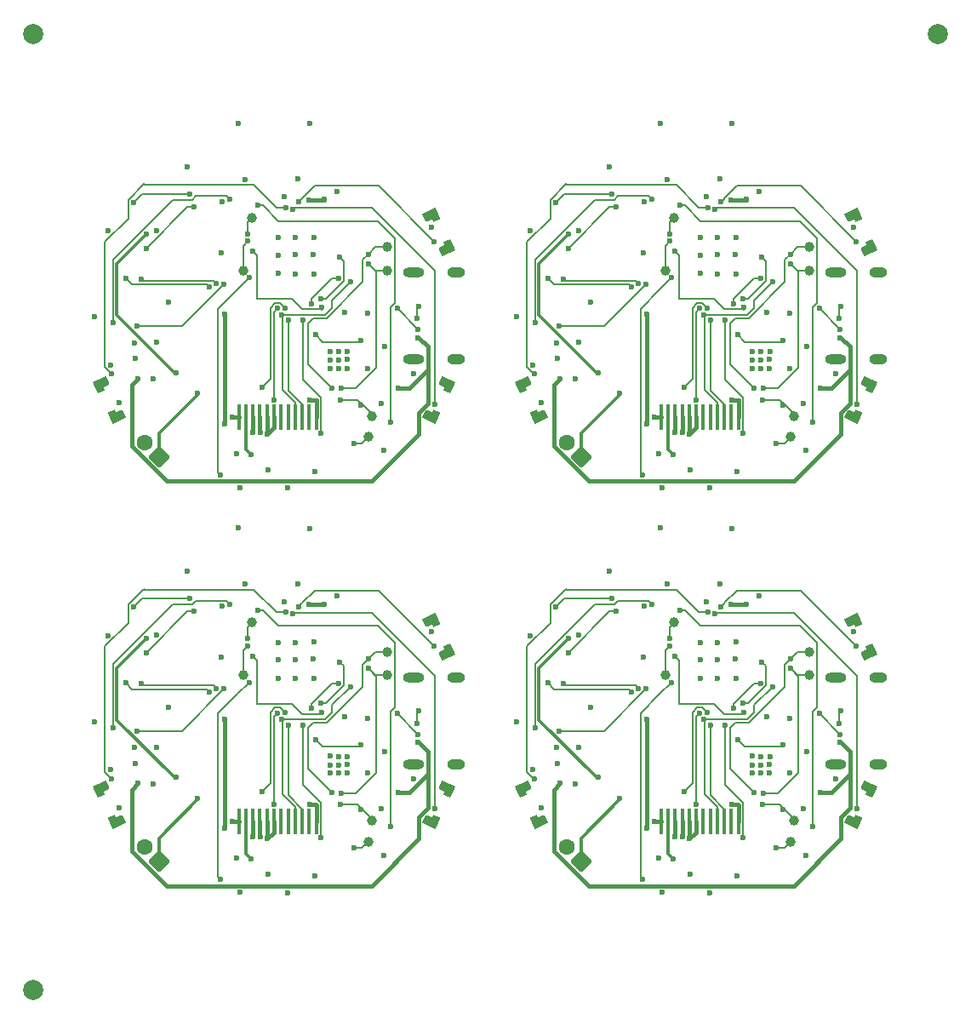
<source format=gbr>
%TF.GenerationSoftware,KiCad,Pcbnew,(6.0.7-1)-1*%
%TF.CreationDate,2022-10-26T11:28:26+01:00*%
%TF.ProjectId,panel,70616e65-6c2e-46b6-9963-61645f706362,rev?*%
%TF.SameCoordinates,Original*%
%TF.FileFunction,Copper,L4,Bot*%
%TF.FilePolarity,Positive*%
%FSLAX46Y46*%
G04 Gerber Fmt 4.6, Leading zero omitted, Abs format (unit mm)*
G04 Created by KiCad (PCBNEW (6.0.7-1)-1) date 2022-10-26 11:28:26*
%MOMM*%
%LPD*%
G01*
G04 APERTURE LIST*
G04 Aperture macros list*
%AMRoundRect*
0 Rectangle with rounded corners*
0 $1 Rounding radius*
0 $2 $3 $4 $5 $6 $7 $8 $9 X,Y pos of 4 corners*
0 Add a 4 corners polygon primitive as box body*
4,1,4,$2,$3,$4,$5,$6,$7,$8,$9,$2,$3,0*
0 Add four circle primitives for the rounded corners*
1,1,$1+$1,$2,$3*
1,1,$1+$1,$4,$5*
1,1,$1+$1,$6,$7*
1,1,$1+$1,$8,$9*
0 Add four rect primitives between the rounded corners*
20,1,$1+$1,$2,$3,$4,$5,0*
20,1,$1+$1,$4,$5,$6,$7,0*
20,1,$1+$1,$6,$7,$8,$9,0*
20,1,$1+$1,$8,$9,$2,$3,0*%
%AMFreePoly0*
4,1,16,0.444576,0.992426,0.462150,0.950000,0.462150,0.300000,0.457200,0.288050,0.457200,-0.457200,-0.274320,-0.457201,-0.457200,-0.274320,-0.457200,0.240000,-0.697850,0.240000,-0.740276,0.257574,-0.757850,0.300000,-0.757850,0.950000,-0.740276,0.992426,-0.697850,1.010000,0.402150,1.010000,0.444576,0.992426,0.444576,0.992426,$1*%
%AMFreePoly1*
4,1,16,0.740277,0.992426,0.757850,0.950000,0.757850,0.300000,0.740275,0.257574,0.697850,0.240000,0.457200,0.240000,0.457201,-0.274320,0.274320,-0.457200,-0.457200,-0.457200,-0.457200,0.288050,-0.462150,0.300000,-0.462150,0.949999,-0.444576,0.992426,-0.402150,1.010000,0.697850,1.010000,0.740277,0.992426,0.740277,0.992426,$1*%
G04 Aperture macros list end*
%TA.AperFunction,ComponentPad*%
%ADD10FreePoly0,115.000000*%
%TD*%
%TA.AperFunction,ComponentPad*%
%ADD11FreePoly1,115.000000*%
%TD*%
%TA.AperFunction,ComponentPad*%
%ADD12FreePoly0,295.000000*%
%TD*%
%TA.AperFunction,ComponentPad*%
%ADD13FreePoly1,295.000000*%
%TD*%
%TA.AperFunction,ComponentPad*%
%ADD14RoundRect,0.250000X0.777817X0.000000X0.000000X0.777817X-0.777817X0.000000X0.000000X-0.777817X0*%
%TD*%
%TA.AperFunction,ComponentPad*%
%ADD15C,1.600000*%
%TD*%
%TA.AperFunction,ComponentPad*%
%ADD16O,2.108200X0.990600*%
%TD*%
%TA.AperFunction,ComponentPad*%
%ADD17O,1.803400X0.990600*%
%TD*%
%TA.AperFunction,ComponentPad*%
%ADD18FreePoly1,245.000000*%
%TD*%
%TA.AperFunction,ComponentPad*%
%ADD19FreePoly0,245.000000*%
%TD*%
%TA.AperFunction,SMDPad,CuDef*%
%ADD20C,1.000000*%
%TD*%
%TA.AperFunction,SMDPad,CuDef*%
%ADD21C,2.000000*%
%TD*%
%TA.AperFunction,SMDPad,CuDef*%
%ADD22R,0.350000X2.500000*%
%TD*%
%TA.AperFunction,ViaPad*%
%ADD23C,0.600000*%
%TD*%
%TA.AperFunction,Conductor*%
%ADD24C,0.400000*%
%TD*%
%TA.AperFunction,Conductor*%
%ADD25C,0.300000*%
%TD*%
%TA.AperFunction,Conductor*%
%ADD26C,0.200000*%
%TD*%
G04 APERTURE END LIST*
D10*
%TO.P,SW5,3*%
%TO.N,N/C*%
X27051842Y-52049052D03*
D11*
X28613712Y-55398494D03*
%TD*%
D12*
%TO.P,SW3,3*%
%TO.N,N/C*%
X60867712Y-79218053D03*
D13*
X59305842Y-75868611D03*
%TD*%
D14*
%TO.P,J2,1,Pin_1*%
%TO.N,Board_3-+BATT*%
X74499778Y-99760332D03*
D15*
%TO.P,J2,2,Pin_2*%
%TO.N,Board_3-GND*%
X73085564Y-98346118D03*
%TD*%
D16*
%TO.P,J1,13,SHELL*%
%TO.N,Board_1-GND*%
X99879778Y-41186771D03*
X99879778Y-49826775D03*
D17*
X104059778Y-49826775D03*
X104059778Y-41186771D03*
%TD*%
D14*
%TO.P,J2,1,Pin_1*%
%TO.N,Board_2-+BATT*%
X32499777Y-99760332D03*
D15*
%TO.P,J2,2,Pin_2*%
%TO.N,Board_2-GND*%
X31085563Y-98346118D03*
%TD*%
D13*
%TO.P,SW3,3*%
%TO.N,N/C*%
X101305843Y-35615052D03*
D12*
X102867713Y-38964494D03*
%TD*%
D13*
%TO.P,SW3,3*%
%TO.N,N/C*%
X59305842Y-35615052D03*
D12*
X60867712Y-38964494D03*
%TD*%
D14*
%TO.P,J2,1,Pin_1*%
%TO.N,Board_1-+BATT*%
X74499778Y-59506773D03*
D15*
%TO.P,J2,2,Pin_2*%
%TO.N,Board_1-GND*%
X73085564Y-58092559D03*
%TD*%
D17*
%TO.P,J1,13,SHELL*%
%TO.N,Board_2-GND*%
X62059777Y-90080334D03*
D16*
X57879777Y-81440330D03*
D17*
X62059777Y-81440330D03*
D16*
X57879777Y-90080334D03*
%TD*%
D18*
%TO.P,SW4,3*%
%TO.N,N/C*%
X102867713Y-92302611D03*
D19*
X101305843Y-95652053D03*
%TD*%
D10*
%TO.P,SW5,3*%
%TO.N,N/C*%
X69051843Y-52049052D03*
D11*
X70613713Y-55398494D03*
%TD*%
D18*
%TO.P,SW4,3*%
%TO.N,N/C*%
X102867713Y-52049052D03*
D19*
X101305843Y-55398494D03*
%TD*%
D11*
%TO.P,SW5,3*%
%TO.N,N/C*%
X28613712Y-95652053D03*
D10*
X27051842Y-92302611D03*
%TD*%
D18*
%TO.P,SW4,3*%
%TO.N,N/C*%
X60867712Y-92302611D03*
D19*
X59305842Y-95652053D03*
%TD*%
D12*
%TO.P,SW3,3*%
%TO.N,N/C*%
X102867713Y-79218053D03*
D13*
X101305843Y-75868611D03*
%TD*%
D17*
%TO.P,J1,13,SHELL*%
%TO.N,Board_3-GND*%
X104059778Y-81440330D03*
D16*
X99879778Y-81440330D03*
D17*
X104059778Y-90080334D03*
D16*
X99879778Y-90080334D03*
%TD*%
D14*
%TO.P,J2,1,Pin_1*%
%TO.N,Board_0-+BATT*%
X32499777Y-59506773D03*
D15*
%TO.P,J2,2,Pin_2*%
%TO.N,Board_0-GND*%
X31085563Y-58092559D03*
%TD*%
D18*
%TO.P,SW4,3*%
%TO.N,N/C*%
X60867712Y-52049052D03*
D19*
X59305842Y-55398494D03*
%TD*%
D10*
%TO.P,SW5,3*%
%TO.N,N/C*%
X69051843Y-92302611D03*
D11*
X70613713Y-95652053D03*
%TD*%
D16*
%TO.P,J1,13,SHELL*%
%TO.N,Board_0-GND*%
X57879777Y-49826775D03*
X57879777Y-41186771D03*
D17*
X62059777Y-49826775D03*
X62059777Y-41186771D03*
%TD*%
D20*
%TO.P,TP1,1,1*%
%TO.N,Board_2-/DAC1*%
X41789777Y-75980332D03*
%TD*%
%TO.P,TP2,1,1*%
%TO.N,Board_3-/DAC2*%
X82899778Y-81230332D03*
%TD*%
D21*
%TO.P,REF\u002A\u002A,*%
%TO.N,*%
X20000000Y-17500000D03*
%TD*%
D22*
%TO.P,U5,1,GND*%
%TO.N,Board_1-GND*%
X82459778Y-55526273D03*
%TO.P,U5,2,LEDK*%
%TO.N,Board_1-/LEDK*%
X83159778Y-55526273D03*
%TO.P,U5,3,LEDA*%
%TO.N,Board_1-/LEDA*%
X83859778Y-55526273D03*
%TO.P,U5,4,VDD*%
%TO.N,Board_1-/POWER*%
X84559778Y-55526273D03*
%TO.P,U5,5,GND*%
%TO.N,Board_1-GND*%
X85259778Y-55526273D03*
%TO.P,U5,6,GND*%
X85959778Y-55526273D03*
%TO.P,U5,7,D/C*%
%TO.N,Board_1-unconnected-(U5-Pad7)*%
X86659778Y-55526273D03*
%TO.P,U5,8,CS*%
%TO.N,Board_1-unconnected-(U5-Pad8)*%
X87359778Y-55526273D03*
%TO.P,U5,9,SCL*%
%TO.N,Board_1-/SCL*%
X88059778Y-55526273D03*
%TO.P,U5,10,SDA*%
%TO.N,Board_1-/SDA*%
X88759778Y-55526273D03*
%TO.P,U5,11,RESET*%
%TO.N,Board_1-unconnected-(U5-Pad11)*%
X89459778Y-55526273D03*
%TO.P,U5,12,GND*%
%TO.N,Board_1-GND*%
X90159778Y-55526273D03*
%TD*%
D20*
%TO.P,TP2,1,1*%
%TO.N,Board_0-/DAC2*%
X40899777Y-40976773D03*
%TD*%
%TO.P,TP4,1,1*%
%TO.N,Board_3-/DTR*%
X95349778Y-97770332D03*
%TD*%
%TO.P,TP2,1,1*%
%TO.N,Board_2-/DAC2*%
X40899777Y-81230332D03*
%TD*%
%TO.P,TP4,1,1*%
%TO.N,Board_1-/DTR*%
X95349778Y-57516773D03*
%TD*%
%TO.P,TP1,1,1*%
%TO.N,Board_1-/DAC1*%
X83789778Y-35726773D03*
%TD*%
D22*
%TO.P,U5,1,GND*%
%TO.N,Board_2-GND*%
X40459777Y-95779832D03*
%TO.P,U5,2,LEDK*%
%TO.N,Board_2-/LEDK*%
X41159777Y-95779832D03*
%TO.P,U5,3,LEDA*%
%TO.N,Board_2-/LEDA*%
X41859777Y-95779832D03*
%TO.P,U5,4,VDD*%
%TO.N,Board_2-/POWER*%
X42559777Y-95779832D03*
%TO.P,U5,5,GND*%
%TO.N,Board_2-GND*%
X43259777Y-95779832D03*
%TO.P,U5,6,GND*%
X43959777Y-95779832D03*
%TO.P,U5,7,D/C*%
%TO.N,Board_2-unconnected-(U5-Pad7)*%
X44659777Y-95779832D03*
%TO.P,U5,8,CS*%
%TO.N,Board_2-unconnected-(U5-Pad8)*%
X45359777Y-95779832D03*
%TO.P,U5,9,SCL*%
%TO.N,Board_2-/SCL*%
X46059777Y-95779832D03*
%TO.P,U5,10,SDA*%
%TO.N,Board_2-/SDA*%
X46759777Y-95779832D03*
%TO.P,U5,11,RESET*%
%TO.N,Board_2-unconnected-(U5-Pad11)*%
X47459777Y-95779832D03*
%TO.P,U5,12,GND*%
%TO.N,Board_2-GND*%
X48159777Y-95779832D03*
%TD*%
D20*
%TO.P,TP3,1,1*%
%TO.N,Board_0-/RTS*%
X53689777Y-55436773D03*
%TD*%
D21*
%TO.P,REF\u002A\u002A,*%
%TO.N,*%
X110000000Y-17500000D03*
%TD*%
D20*
%TO.P,TP3,1,1*%
%TO.N,Board_3-/RTS*%
X95689778Y-95690332D03*
%TD*%
%TO.P,TP7,1,1*%
%TO.N,Board_0-/RXD*%
X55189777Y-38646773D03*
%TD*%
%TO.P,TP2,1,1*%
%TO.N,Board_1-/DAC2*%
X82899778Y-40976773D03*
%TD*%
D21*
%TO.P,REF\u002A\u002A,*%
%TO.N,*%
X20000000Y-112500000D03*
%TD*%
D20*
%TO.P,TP6,1,1*%
%TO.N,Board_3-/TXD*%
X97219778Y-81250332D03*
%TD*%
%TO.P,TP7,1,1*%
%TO.N,Board_1-/RXD*%
X97189778Y-38646773D03*
%TD*%
%TO.P,TP7,1,1*%
%TO.N,Board_2-/RXD*%
X55189777Y-78900332D03*
%TD*%
%TO.P,TP3,1,1*%
%TO.N,Board_1-/RTS*%
X95689778Y-55436773D03*
%TD*%
%TO.P,TP7,1,1*%
%TO.N,Board_3-/RXD*%
X97189778Y-78900332D03*
%TD*%
%TO.P,TP1,1,1*%
%TO.N,Board_0-/DAC1*%
X41789777Y-35726773D03*
%TD*%
%TO.P,TP6,1,1*%
%TO.N,Board_2-/TXD*%
X55219777Y-81250332D03*
%TD*%
%TO.P,TP3,1,1*%
%TO.N,Board_2-/RTS*%
X53689777Y-95690332D03*
%TD*%
%TO.P,TP6,1,1*%
%TO.N,Board_1-/TXD*%
X97219778Y-40996773D03*
%TD*%
%TO.P,TP4,1,1*%
%TO.N,Board_2-/DTR*%
X53349777Y-97770332D03*
%TD*%
D22*
%TO.P,U5,1,GND*%
%TO.N,Board_3-GND*%
X82459778Y-95779832D03*
%TO.P,U5,2,LEDK*%
%TO.N,Board_3-/LEDK*%
X83159778Y-95779832D03*
%TO.P,U5,3,LEDA*%
%TO.N,Board_3-/LEDA*%
X83859778Y-95779832D03*
%TO.P,U5,4,VDD*%
%TO.N,Board_3-/POWER*%
X84559778Y-95779832D03*
%TO.P,U5,5,GND*%
%TO.N,Board_3-GND*%
X85259778Y-95779832D03*
%TO.P,U5,6,GND*%
X85959778Y-95779832D03*
%TO.P,U5,7,D/C*%
%TO.N,Board_3-unconnected-(U5-Pad7)*%
X86659778Y-95779832D03*
%TO.P,U5,8,CS*%
%TO.N,Board_3-unconnected-(U5-Pad8)*%
X87359778Y-95779832D03*
%TO.P,U5,9,SCL*%
%TO.N,Board_3-/SCL*%
X88059778Y-95779832D03*
%TO.P,U5,10,SDA*%
%TO.N,Board_3-/SDA*%
X88759778Y-95779832D03*
%TO.P,U5,11,RESET*%
%TO.N,Board_3-unconnected-(U5-Pad11)*%
X89459778Y-95779832D03*
%TO.P,U5,12,GND*%
%TO.N,Board_3-GND*%
X90159778Y-95779832D03*
%TD*%
%TO.P,U5,1,GND*%
%TO.N,Board_0-GND*%
X40459777Y-55526273D03*
%TO.P,U5,2,LEDK*%
%TO.N,Board_0-/LEDK*%
X41159777Y-55526273D03*
%TO.P,U5,3,LEDA*%
%TO.N,Board_0-/LEDA*%
X41859777Y-55526273D03*
%TO.P,U5,4,VDD*%
%TO.N,Board_0-/POWER*%
X42559777Y-55526273D03*
%TO.P,U5,5,GND*%
%TO.N,Board_0-GND*%
X43259777Y-55526273D03*
%TO.P,U5,6,GND*%
X43959777Y-55526273D03*
%TO.P,U5,7,D/C*%
%TO.N,Board_0-unconnected-(U5-Pad7)*%
X44659777Y-55526273D03*
%TO.P,U5,8,CS*%
%TO.N,Board_0-unconnected-(U5-Pad8)*%
X45359777Y-55526273D03*
%TO.P,U5,9,SCL*%
%TO.N,Board_0-/SCL*%
X46059777Y-55526273D03*
%TO.P,U5,10,SDA*%
%TO.N,Board_0-/SDA*%
X46759777Y-55526273D03*
%TO.P,U5,11,RESET*%
%TO.N,Board_0-unconnected-(U5-Pad11)*%
X47459777Y-55526273D03*
%TO.P,U5,12,GND*%
%TO.N,Board_0-GND*%
X48159777Y-55526273D03*
%TD*%
D20*
%TO.P,TP4,1,1*%
%TO.N,Board_0-/DTR*%
X53349777Y-57516773D03*
%TD*%
%TO.P,TP1,1,1*%
%TO.N,Board_3-/DAC1*%
X83789778Y-75980332D03*
%TD*%
%TO.P,TP6,1,1*%
%TO.N,Board_0-/TXD*%
X55219777Y-40996773D03*
%TD*%
D23*
%TO.N,Board_0-+3V3*%
X47429777Y-33926773D03*
X39079777Y-56196773D03*
X48980277Y-33916773D03*
X39079777Y-45326773D03*
%TO.N,Board_0-+BATT*%
X36349777Y-53226773D03*
%TO.N,Board_0-/B1*%
X59904544Y-38104196D03*
X46409777Y-34146773D03*
%TO.N,Board_0-/B2*%
X45860277Y-34896773D03*
X59926538Y-54279225D03*
%TO.N,Board_0-/B3*%
X27829777Y-51256773D03*
X45129737Y-34729245D03*
%TO.N,Board_0-/BACKLIGHT*%
X47679222Y-44269106D03*
X48586129Y-57148930D03*
X46839777Y-45916273D03*
X50356777Y-41767273D03*
%TO.N,Board_0-/BATT_ADC*%
X39540557Y-33901273D03*
X27919777Y-46186773D03*
%TO.N,Board_0-/BOOT*%
X41498337Y-41713849D03*
X38619777Y-61273531D03*
%TO.N,Board_0-/CC2*%
X56209777Y-44756773D03*
X58297492Y-46856274D03*
%TO.N,Board_0-/CONNECTED*%
X41806662Y-39068273D03*
X48691261Y-44676773D03*
%TO.N,Board_0-/DAC1*%
X41309777Y-37317273D03*
%TO.N,Board_0-/DAC2*%
X41354358Y-38066372D03*
%TO.N,Board_0-/DIR*%
X31229777Y-38776773D03*
X36019777Y-34646773D03*
%TO.N,Board_0-/DP*%
X58161277Y-45756774D03*
X58339777Y-44556773D03*
%TO.N,Board_0-/DTR*%
X51909777Y-58146773D03*
%TO.N,Board_0-/EN*%
X42359777Y-34496773D03*
X55589777Y-56046773D03*
%TO.N,Board_0-/ENABLE*%
X45050249Y-44689240D03*
X42780511Y-52556039D03*
%TO.N,Board_0-/LEDA*%
X41829777Y-57086773D03*
%TO.N,Board_0-/LEDK*%
X41686354Y-59269355D03*
%TO.N,Board_0-/PIEZO*%
X44298990Y-44753441D03*
X43940277Y-53826771D03*
%TO.N,Board_0-/POWER*%
X34219777Y-51136773D03*
X42579280Y-57086773D03*
X31239777Y-37356773D03*
X35569777Y-33376773D03*
X30019777Y-34186773D03*
%TO.N,Board_0-/RTS*%
X52629777Y-54356773D03*
X50569777Y-53836773D03*
%TO.N,Board_0-/RXD*%
X49691261Y-52637724D03*
X53350277Y-39366773D03*
%TO.N,Board_0-/SCL*%
X44729777Y-45366773D03*
X38198985Y-42295981D03*
X30713520Y-41815395D03*
X51549777Y-42116773D03*
%TO.N,Board_0-/SDA*%
X48584761Y-43772337D03*
X37519719Y-42612763D03*
X29219777Y-41746773D03*
X45437202Y-45916273D03*
X50503097Y-39660408D03*
%TO.N,Board_0-/STAT*%
X38998333Y-42318217D03*
X30366009Y-46518862D03*
%TO.N,Board_0-/TXD*%
X50651261Y-52705224D03*
X53339777Y-40306773D03*
%TO.N,Board_0-/VIO*%
X52609777Y-47936773D03*
X48069777Y-47353224D03*
%TO.N,Board_0-GND*%
X49531261Y-49017724D03*
X31909777Y-51776773D03*
X39819777Y-55526773D03*
X32289777Y-48126773D03*
X35289777Y-30626773D03*
X28587260Y-54136545D03*
X45289777Y-62596773D03*
X50401261Y-50737724D03*
X33429777Y-44136773D03*
X51281261Y-49057724D03*
X46359777Y-31866773D03*
X48029777Y-60966773D03*
X53281261Y-45237724D03*
X47920777Y-37687773D03*
X30099777Y-48166773D03*
X51271261Y-49837724D03*
X51271261Y-50717724D03*
X47900777Y-41337773D03*
X53251261Y-50705224D03*
X57819777Y-51276773D03*
X41059777Y-31907273D03*
X59599777Y-36666773D03*
X27439777Y-37036773D03*
X46090777Y-37727773D03*
X47479777Y-53826771D03*
X49541261Y-50737724D03*
X26129777Y-45576773D03*
X43312597Y-57241696D03*
X44350777Y-41257773D03*
X54899777Y-58876773D03*
X30159777Y-49736773D03*
X46100777Y-41317773D03*
X40379777Y-26326773D03*
X44390777Y-39467773D03*
X50401261Y-49907724D03*
X47539777Y-26386773D03*
X47880777Y-39367773D03*
X38819777Y-34106773D03*
X50401261Y-49047724D03*
X54989777Y-48566773D03*
X54639777Y-54216773D03*
X50960846Y-45147842D03*
X32251221Y-36978217D03*
X43399777Y-60796773D03*
X40539777Y-62586773D03*
X44390777Y-37707773D03*
X27699777Y-50366773D03*
X50229777Y-33116773D03*
X49511261Y-49907724D03*
X44939777Y-33646773D03*
X38739777Y-39196773D03*
X40259777Y-59196773D03*
X46070777Y-39427773D03*
%TO.N,Board_0-VBUS*%
X56339777Y-52666773D03*
X58252732Y-47654800D03*
X30429777Y-51746773D03*
%TO.N,Board_1-+3V3*%
X89429778Y-33926773D03*
X81079778Y-56196773D03*
X90980278Y-33916773D03*
X81079778Y-45326773D03*
%TO.N,Board_1-+BATT*%
X78349778Y-53226773D03*
%TO.N,Board_1-/B1*%
X101904545Y-38104196D03*
X88409778Y-34146773D03*
%TO.N,Board_1-/B2*%
X87860278Y-34896773D03*
X101926539Y-54279225D03*
%TO.N,Board_1-/B3*%
X69829778Y-51256773D03*
X87129738Y-34729245D03*
%TO.N,Board_1-/BACKLIGHT*%
X89679223Y-44269106D03*
X90586130Y-57148930D03*
X88839778Y-45916273D03*
X92356778Y-41767273D03*
%TO.N,Board_1-/BATT_ADC*%
X81540558Y-33901273D03*
X69919778Y-46186773D03*
%TO.N,Board_1-/BOOT*%
X83498338Y-41713849D03*
X80619778Y-61273531D03*
%TO.N,Board_1-/CC2*%
X98209778Y-44756773D03*
X100297493Y-46856274D03*
%TO.N,Board_1-/CONNECTED*%
X83806663Y-39068273D03*
X90691262Y-44676773D03*
%TO.N,Board_1-/DAC1*%
X83309778Y-37317273D03*
%TO.N,Board_1-/DAC2*%
X83354359Y-38066372D03*
%TO.N,Board_1-/DIR*%
X73229778Y-38776773D03*
X78019778Y-34646773D03*
%TO.N,Board_1-/DP*%
X100161278Y-45756774D03*
X100339778Y-44556773D03*
%TO.N,Board_1-/DTR*%
X93909778Y-58146773D03*
%TO.N,Board_1-/EN*%
X84359778Y-34496773D03*
X97589778Y-56046773D03*
%TO.N,Board_1-/ENABLE*%
X87050250Y-44689240D03*
X84780512Y-52556039D03*
%TO.N,Board_1-/LEDA*%
X83829778Y-57086773D03*
%TO.N,Board_1-/LEDK*%
X83686355Y-59269355D03*
%TO.N,Board_1-/PIEZO*%
X86298991Y-44753441D03*
X85940278Y-53826771D03*
%TO.N,Board_1-/POWER*%
X76219778Y-51136773D03*
X84579281Y-57086773D03*
X73239778Y-37356773D03*
X77569778Y-33376773D03*
X72019778Y-34186773D03*
%TO.N,Board_1-/RTS*%
X94629778Y-54356773D03*
X92569778Y-53836773D03*
%TO.N,Board_1-/RXD*%
X91691262Y-52637724D03*
X95350278Y-39366773D03*
%TO.N,Board_1-/SCL*%
X86729778Y-45366773D03*
X80198986Y-42295981D03*
X72713521Y-41815395D03*
X93549778Y-42116773D03*
%TO.N,Board_1-/SDA*%
X90584762Y-43772337D03*
X79519720Y-42612763D03*
X71219778Y-41746773D03*
X87437203Y-45916273D03*
X92503098Y-39660408D03*
%TO.N,Board_1-/STAT*%
X80998334Y-42318217D03*
X72366010Y-46518862D03*
%TO.N,Board_1-/TXD*%
X92651262Y-52705224D03*
X95339778Y-40306773D03*
%TO.N,Board_1-/VIO*%
X94609778Y-47936773D03*
X90069778Y-47353224D03*
%TO.N,Board_1-GND*%
X91531262Y-49017724D03*
X73909778Y-51776773D03*
X81819778Y-55526773D03*
X74289778Y-48126773D03*
X77289778Y-30626773D03*
X70587261Y-54136545D03*
X87289778Y-62596773D03*
X92401262Y-50737724D03*
X75429778Y-44136773D03*
X93281262Y-49057724D03*
X88359778Y-31866773D03*
X90029778Y-60966773D03*
X95281262Y-45237724D03*
X89920778Y-37687773D03*
X72099778Y-48166773D03*
X93271262Y-49837724D03*
X93271262Y-50717724D03*
X89900778Y-41337773D03*
X95251262Y-50705224D03*
X99819778Y-51276773D03*
X83059778Y-31907273D03*
X101599778Y-36666773D03*
X69439778Y-37036773D03*
X88090778Y-37727773D03*
X89479778Y-53826771D03*
X91541262Y-50737724D03*
X68129778Y-45576773D03*
X85312598Y-57241696D03*
X86350778Y-41257773D03*
X96899778Y-58876773D03*
X72159778Y-49736773D03*
X88100778Y-41317773D03*
X82379778Y-26326773D03*
X86390778Y-39467773D03*
X92401262Y-49907724D03*
X89539778Y-26386773D03*
X89880778Y-39367773D03*
X80819778Y-34106773D03*
X92401262Y-49047724D03*
X96989778Y-48566773D03*
X96639778Y-54216773D03*
X92960847Y-45147842D03*
X74251222Y-36978217D03*
X85399778Y-60796773D03*
X82539778Y-62586773D03*
X86390778Y-37707773D03*
X69699778Y-50366773D03*
X92229778Y-33116773D03*
X91511262Y-49907724D03*
X86939778Y-33646773D03*
X80739778Y-39196773D03*
X82259778Y-59196773D03*
X88070778Y-39427773D03*
%TO.N,Board_1-VBUS*%
X98339778Y-52666773D03*
X100252733Y-47654800D03*
X72429778Y-51746773D03*
%TO.N,Board_2-+3V3*%
X47429777Y-74180332D03*
X39079777Y-96450332D03*
X48980277Y-74170332D03*
X39079777Y-85580332D03*
%TO.N,Board_2-+BATT*%
X36349777Y-93480332D03*
%TO.N,Board_2-/B1*%
X59904544Y-78357755D03*
X46409777Y-74400332D03*
%TO.N,Board_2-/B2*%
X45860277Y-75150332D03*
X59926538Y-94532784D03*
%TO.N,Board_2-/B3*%
X27829777Y-91510332D03*
X45129737Y-74982804D03*
%TO.N,Board_2-/BACKLIGHT*%
X47679222Y-84522665D03*
X48586129Y-97402489D03*
X46839777Y-86169832D03*
X50356777Y-82020832D03*
%TO.N,Board_2-/BATT_ADC*%
X39540557Y-74154832D03*
X27919777Y-86440332D03*
%TO.N,Board_2-/BOOT*%
X41498337Y-81967408D03*
X38619777Y-101527090D03*
%TO.N,Board_2-/CC2*%
X56209777Y-85010332D03*
X58297492Y-87109833D03*
%TO.N,Board_2-/CONNECTED*%
X41806662Y-79321832D03*
X48691261Y-84930332D03*
%TO.N,Board_2-/DAC1*%
X41309777Y-77570832D03*
%TO.N,Board_2-/DAC2*%
X41354358Y-78319931D03*
%TO.N,Board_2-/DIR*%
X31229777Y-79030332D03*
X36019777Y-74900332D03*
%TO.N,Board_2-/DP*%
X58161277Y-86010333D03*
X58339777Y-84810332D03*
%TO.N,Board_2-/DTR*%
X51909777Y-98400332D03*
%TO.N,Board_2-/EN*%
X42359777Y-74750332D03*
X55589777Y-96300332D03*
%TO.N,Board_2-/ENABLE*%
X45050249Y-84942799D03*
X42780511Y-92809598D03*
%TO.N,Board_2-/LEDA*%
X41829777Y-97340332D03*
%TO.N,Board_2-/LEDK*%
X41686354Y-99522914D03*
%TO.N,Board_2-/PIEZO*%
X44298990Y-85007000D03*
X43940277Y-94080330D03*
%TO.N,Board_2-/POWER*%
X34219777Y-91390332D03*
X42579280Y-97340332D03*
X31239777Y-77610332D03*
X35569777Y-73630332D03*
X30019777Y-74440332D03*
%TO.N,Board_2-/RTS*%
X52629777Y-94610332D03*
X50569777Y-94090332D03*
%TO.N,Board_2-/RXD*%
X49691261Y-92891283D03*
X53350277Y-79620332D03*
%TO.N,Board_2-/SCL*%
X44729777Y-85620332D03*
X38198985Y-82549540D03*
X30713520Y-82068954D03*
X51549777Y-82370332D03*
%TO.N,Board_2-/SDA*%
X48584761Y-84025896D03*
X37519719Y-82866322D03*
X29219777Y-82000332D03*
X45437202Y-86169832D03*
X50503097Y-79913967D03*
%TO.N,Board_2-/STAT*%
X38998333Y-82571776D03*
X30366009Y-86772421D03*
%TO.N,Board_2-/TXD*%
X50651261Y-92958783D03*
X53339777Y-80560332D03*
%TO.N,Board_2-/VIO*%
X52609777Y-88190332D03*
X48069777Y-87606783D03*
%TO.N,Board_2-GND*%
X49531261Y-89271283D03*
X31909777Y-92030332D03*
X39819777Y-95780332D03*
X32289777Y-88380332D03*
X35289777Y-70880332D03*
X28587260Y-94390104D03*
X45289777Y-102850332D03*
X50401261Y-90991283D03*
X33429777Y-84390332D03*
X51281261Y-89311283D03*
X46359777Y-72120332D03*
X48029777Y-101220332D03*
X53281261Y-85491283D03*
X47920777Y-77941332D03*
X30099777Y-88420332D03*
X51271261Y-90091283D03*
X51271261Y-90971283D03*
X47900777Y-81591332D03*
X53251261Y-90958783D03*
X57819777Y-91530332D03*
X41059777Y-72160832D03*
X59599777Y-76920332D03*
X27439777Y-77290332D03*
X46090777Y-77981332D03*
X47479777Y-94080330D03*
X49541261Y-90991283D03*
X26129777Y-85830332D03*
X43312597Y-97495255D03*
X44350777Y-81511332D03*
X54899777Y-99130332D03*
X30159777Y-89990332D03*
X46100777Y-81571332D03*
X40379777Y-66580332D03*
X44390777Y-79721332D03*
X50401261Y-90161283D03*
X47539777Y-66640332D03*
X47880777Y-79621332D03*
X38819777Y-74360332D03*
X50401261Y-89301283D03*
X54989777Y-88820332D03*
X54639777Y-94470332D03*
X50960846Y-85401401D03*
X32251221Y-77231776D03*
X43399777Y-101050332D03*
X40539777Y-102840332D03*
X44390777Y-77961332D03*
X27699777Y-90620332D03*
X50229777Y-73370332D03*
X49511261Y-90161283D03*
X44939777Y-73900332D03*
X38739777Y-79450332D03*
X40259777Y-99450332D03*
X46070777Y-79681332D03*
%TO.N,Board_2-VBUS*%
X56339777Y-92920332D03*
X58252732Y-87908359D03*
X30429777Y-92000332D03*
%TO.N,Board_3-+3V3*%
X89429778Y-74180332D03*
X81079778Y-96450332D03*
X90980278Y-74170332D03*
X81079778Y-85580332D03*
%TO.N,Board_3-+BATT*%
X78349778Y-93480332D03*
%TO.N,Board_3-/B1*%
X101904545Y-78357755D03*
X88409778Y-74400332D03*
%TO.N,Board_3-/B2*%
X87860278Y-75150332D03*
X101926539Y-94532784D03*
%TO.N,Board_3-/B3*%
X69829778Y-91510332D03*
X87129738Y-74982804D03*
%TO.N,Board_3-/BACKLIGHT*%
X89679223Y-84522665D03*
X90586130Y-97402489D03*
X88839778Y-86169832D03*
X92356778Y-82020832D03*
%TO.N,Board_3-/BATT_ADC*%
X81540558Y-74154832D03*
X69919778Y-86440332D03*
%TO.N,Board_3-/BOOT*%
X83498338Y-81967408D03*
X80619778Y-101527090D03*
%TO.N,Board_3-/CC2*%
X98209778Y-85010332D03*
X100297493Y-87109833D03*
%TO.N,Board_3-/CONNECTED*%
X83806663Y-79321832D03*
X90691262Y-84930332D03*
%TO.N,Board_3-/DAC1*%
X83309778Y-77570832D03*
%TO.N,Board_3-/DAC2*%
X83354359Y-78319931D03*
%TO.N,Board_3-/DIR*%
X73229778Y-79030332D03*
X78019778Y-74900332D03*
%TO.N,Board_3-/DP*%
X100161278Y-86010333D03*
X100339778Y-84810332D03*
%TO.N,Board_3-/DTR*%
X93909778Y-98400332D03*
%TO.N,Board_3-/EN*%
X84359778Y-74750332D03*
X97589778Y-96300332D03*
%TO.N,Board_3-/ENABLE*%
X87050250Y-84942799D03*
X84780512Y-92809598D03*
%TO.N,Board_3-/LEDA*%
X83829778Y-97340332D03*
%TO.N,Board_3-/LEDK*%
X83686355Y-99522914D03*
%TO.N,Board_3-/PIEZO*%
X86298991Y-85007000D03*
X85940278Y-94080330D03*
%TO.N,Board_3-/POWER*%
X76219778Y-91390332D03*
X84579281Y-97340332D03*
X73239778Y-77610332D03*
X77569778Y-73630332D03*
X72019778Y-74440332D03*
%TO.N,Board_3-/RTS*%
X94629778Y-94610332D03*
X92569778Y-94090332D03*
%TO.N,Board_3-/RXD*%
X91691262Y-92891283D03*
X95350278Y-79620332D03*
%TO.N,Board_3-/SCL*%
X86729778Y-85620332D03*
X80198986Y-82549540D03*
X72713521Y-82068954D03*
X93549778Y-82370332D03*
%TO.N,Board_3-/SDA*%
X90584762Y-84025896D03*
X79519720Y-82866322D03*
X71219778Y-82000332D03*
X87437203Y-86169832D03*
X92503098Y-79913967D03*
%TO.N,Board_3-/STAT*%
X80998334Y-82571776D03*
X72366010Y-86772421D03*
%TO.N,Board_3-/TXD*%
X92651262Y-92958783D03*
X95339778Y-80560332D03*
%TO.N,Board_3-/VIO*%
X94609778Y-88190332D03*
X90069778Y-87606783D03*
%TO.N,Board_3-GND*%
X91531262Y-89271283D03*
X73909778Y-92030332D03*
X81819778Y-95780332D03*
X74289778Y-88380332D03*
X77289778Y-70880332D03*
X70587261Y-94390104D03*
X87289778Y-102850332D03*
X92401262Y-90991283D03*
X75429778Y-84390332D03*
X93281262Y-89311283D03*
X88359778Y-72120332D03*
X90029778Y-101220332D03*
X95281262Y-85491283D03*
X89920778Y-77941332D03*
X72099778Y-88420332D03*
X93271262Y-90091283D03*
X93271262Y-90971283D03*
X89900778Y-81591332D03*
X95251262Y-90958783D03*
X99819778Y-91530332D03*
X83059778Y-72160832D03*
X101599778Y-76920332D03*
X69439778Y-77290332D03*
X88090778Y-77981332D03*
X89479778Y-94080330D03*
X91541262Y-90991283D03*
X68129778Y-85830332D03*
X85312598Y-97495255D03*
X86350778Y-81511332D03*
X96899778Y-99130332D03*
X72159778Y-89990332D03*
X88100778Y-81571332D03*
X82379778Y-66580332D03*
X86390778Y-79721332D03*
X92401262Y-90161283D03*
X89539778Y-66640332D03*
X89880778Y-79621332D03*
X80819778Y-74360332D03*
X92401262Y-89301283D03*
X96989778Y-88820332D03*
X96639778Y-94470332D03*
X92960847Y-85401401D03*
X74251222Y-77231776D03*
X85399778Y-101050332D03*
X82539778Y-102840332D03*
X86390778Y-77961332D03*
X69699778Y-90620332D03*
X92229778Y-73370332D03*
X91511262Y-90161283D03*
X86939778Y-73900332D03*
X80739778Y-79450332D03*
X82259778Y-99450332D03*
X88070778Y-79681332D03*
%TO.N,Board_3-VBUS*%
X98339778Y-92920332D03*
X100252733Y-87908359D03*
X72429778Y-92000332D03*
%TD*%
D24*
%TO.N,Board_0-+3V3*%
X39079777Y-45326773D02*
X39079777Y-56196773D01*
X47429777Y-33926773D02*
X48970277Y-33926773D01*
X48970277Y-33926773D02*
X48980277Y-33916773D01*
D25*
%TO.N,Board_0-+BATT*%
X32499777Y-57196773D02*
X32499777Y-59506773D01*
X36349777Y-53226773D02*
X36349777Y-53346773D01*
X36349777Y-53346773D02*
X32499777Y-57196773D01*
D26*
%TO.N,Board_0-/B1*%
X46409777Y-34146773D02*
X46709777Y-33846773D01*
X47999777Y-32556773D02*
X54357121Y-32556773D01*
X54357121Y-32556773D02*
X59904544Y-38104196D01*
X46709777Y-33846773D02*
X46779777Y-33776773D01*
X46779777Y-33776773D02*
X47999777Y-32556773D01*
%TO.N,Board_0-/B2*%
X59926538Y-41001352D02*
X59926538Y-54279225D01*
X45860277Y-34896773D02*
X45990277Y-34766773D01*
X53691959Y-34766773D02*
X59926538Y-41001352D01*
X45990277Y-34766773D02*
X53691959Y-34766773D01*
%TO.N,Board_0-/B3*%
X31041959Y-32386773D02*
X29459777Y-33968955D01*
X29459777Y-35794591D02*
X27149777Y-38104591D01*
X29459777Y-33968955D02*
X29459777Y-35794591D01*
X31111959Y-32456773D02*
X31041959Y-32386773D01*
X27149777Y-50594591D02*
X27811959Y-51256773D01*
X27811959Y-51256773D02*
X27829777Y-51256773D01*
X41970277Y-32456773D02*
X31111959Y-32456773D01*
X45129737Y-34729245D02*
X44242749Y-34729245D01*
X27149777Y-38104591D02*
X27149777Y-50594591D01*
X44242749Y-34729245D02*
X41970277Y-32456773D01*
%TO.N,Board_0-/BACKLIGHT*%
X46829777Y-51866773D02*
X48609777Y-53646773D01*
X46839777Y-45916273D02*
X46829777Y-45926273D01*
X48609777Y-53646773D02*
X48609777Y-57001273D01*
X48586129Y-57024921D02*
X48586129Y-57148930D01*
X46829777Y-45926273D02*
X46829777Y-51866773D01*
X48609777Y-57001273D02*
X48586129Y-57024921D01*
X47679222Y-43827328D02*
X47679222Y-44269106D01*
X49739277Y-41767273D02*
X47679222Y-43827328D01*
X50356777Y-41767273D02*
X49739277Y-41767273D01*
%TO.N,Board_0-/BATT_ADC*%
X35797595Y-33926773D02*
X36167595Y-33556773D01*
X39196057Y-33556773D02*
X39540557Y-33901273D01*
X36167595Y-33556773D02*
X39196057Y-33556773D01*
X33889777Y-33926773D02*
X35797595Y-33926773D01*
X27919777Y-46186773D02*
X27919777Y-39896773D01*
X27919777Y-39896773D02*
X33889777Y-33926773D01*
%TO.N,Board_0-/BOOT*%
X38412321Y-61066075D02*
X38412321Y-44784229D01*
X40355413Y-42856773D02*
X41498337Y-41713849D01*
X38412321Y-44784229D02*
X40339777Y-42856773D01*
X40339777Y-42856773D02*
X40355413Y-42856773D01*
X38619777Y-61273531D02*
X38412321Y-61066075D01*
%TO.N,Board_0-/CC2*%
X58297492Y-46844488D02*
X56209777Y-44756773D01*
X58297492Y-46856274D02*
X58297492Y-46844488D01*
%TO.N,Board_0-/CONNECTED*%
X46763716Y-44819106D02*
X45771383Y-43826773D01*
X42239777Y-43826773D02*
X42239777Y-39501388D01*
X48691261Y-44676773D02*
X48691261Y-44880724D01*
X45771383Y-43826773D02*
X42239777Y-43826773D01*
X48691261Y-44676773D02*
X48548928Y-44819106D01*
X48691261Y-44880724D02*
X48677761Y-44894224D01*
X48548928Y-44819106D02*
X46763716Y-44819106D01*
X42239777Y-39501388D02*
X41806662Y-39068273D01*
%TO.N,Board_0-/DAC1*%
X41309777Y-36206773D02*
X41789777Y-35726773D01*
X41309777Y-37317273D02*
X41309777Y-36206773D01*
%TO.N,Board_0-/DAC2*%
X40899777Y-38520953D02*
X40899777Y-40976773D01*
X41354358Y-38066372D02*
X40899777Y-38520953D01*
%TO.N,Board_0-/DIR*%
X36019777Y-34646773D02*
X35359777Y-34646773D01*
X35359777Y-34646773D02*
X31229777Y-38776773D01*
%TO.N,Board_0-/DP*%
X58161277Y-44735273D02*
X58339777Y-44556773D01*
X58161277Y-45756774D02*
X58161277Y-44735273D01*
%TO.N,Board_0-/DTR*%
X53349777Y-57516773D02*
X52719777Y-58146773D01*
X52719777Y-58146773D02*
X51909777Y-58146773D01*
%TO.N,Board_0-/EN*%
X55981959Y-37748955D02*
X55981959Y-44206773D01*
X55589777Y-44598955D02*
X55589777Y-56046773D01*
X42839777Y-34496773D02*
X42359777Y-34496773D01*
X55981959Y-44206773D02*
X55589777Y-44598955D01*
X44419777Y-36076773D02*
X42839777Y-34496773D01*
X54309777Y-36076773D02*
X55981959Y-37748955D01*
X44419777Y-36076773D02*
X54309777Y-36076773D01*
%TO.N,Board_0-/ENABLE*%
X43590277Y-51746273D02*
X42780511Y-52556039D01*
X44071172Y-44203441D02*
X43590277Y-44684336D01*
X43590277Y-44684336D02*
X43590277Y-51746273D01*
X44564450Y-44203441D02*
X44071172Y-44203441D01*
X45050249Y-44689240D02*
X44564450Y-44203441D01*
D24*
%TO.N,Board_0-/LEDA*%
X41859777Y-57056773D02*
X41829777Y-57086773D01*
X41859777Y-55526273D02*
X41859777Y-57056773D01*
D25*
%TO.N,Board_0-/LEDK*%
X41159777Y-55526273D02*
X41159777Y-58742778D01*
X41159777Y-58742778D02*
X41686354Y-59269355D01*
D26*
%TO.N,Board_0-/PIEZO*%
X43940277Y-45112154D02*
X43940277Y-53826771D01*
X44298990Y-44753441D02*
X43940277Y-45112154D01*
D24*
%TO.N,Board_0-/POWER*%
X42559777Y-57067270D02*
X42559777Y-55526273D01*
D25*
X34039777Y-51136773D02*
X34219777Y-51136773D01*
D26*
X30829777Y-33376773D02*
X30019777Y-34186773D01*
D25*
X31239777Y-37356773D02*
X28319777Y-40276773D01*
D26*
X35569777Y-33376773D02*
X30829777Y-33376773D01*
D24*
X42579280Y-57086773D02*
X42559777Y-57067270D01*
D25*
X28319777Y-40276773D02*
X28319777Y-45416773D01*
X28319777Y-45416773D02*
X34039777Y-51136773D01*
D26*
%TO.N,Board_0-/RTS*%
X50569777Y-53836773D02*
X52269777Y-53836773D01*
X53689777Y-55436773D02*
X53689777Y-55256773D01*
X52269777Y-53836773D02*
X52749777Y-54316773D01*
X53689777Y-55256773D02*
X52749777Y-54316773D01*
%TO.N,Board_0-/RXD*%
X47817095Y-45716773D02*
X49184751Y-45716773D01*
X49691261Y-52637724D02*
X47329777Y-50276240D01*
X49184751Y-45716773D02*
X52789777Y-42111747D01*
X52789777Y-39927273D02*
X53350277Y-39366773D01*
X47329777Y-46204091D02*
X47817095Y-45716773D01*
X52789777Y-42111747D02*
X52789777Y-39927273D01*
X54070277Y-38646773D02*
X55189777Y-38646773D01*
X53350277Y-39366773D02*
X54070277Y-38646773D01*
X47329777Y-50276240D02*
X47329777Y-46204091D01*
%TO.N,Board_0-/SCL*%
X37919777Y-42016773D02*
X30914898Y-42016773D01*
X49709777Y-44696773D02*
X49709777Y-43956773D01*
X38198985Y-42295981D02*
X37919777Y-42016773D01*
X49039777Y-45366773D02*
X49709777Y-44696773D01*
X49709777Y-43956773D02*
X51549777Y-42116773D01*
X44789777Y-52826247D02*
X46059777Y-54096247D01*
X30914898Y-42016773D02*
X30713520Y-41815395D01*
X44729777Y-45366773D02*
X49039777Y-45366773D01*
X44789777Y-45426773D02*
X44789777Y-52826247D01*
X46059777Y-54096247D02*
X46059777Y-55526273D01*
X44729777Y-45366773D02*
X44789777Y-45426773D01*
%TO.N,Board_0-/SDA*%
X50906777Y-40064088D02*
X50503097Y-39660408D01*
X37519719Y-42612763D02*
X37273729Y-42366773D01*
X29839777Y-42366773D02*
X29219777Y-41746773D01*
X49129531Y-43772337D02*
X50906777Y-41995091D01*
X45369777Y-52911273D02*
X46759777Y-54301273D01*
X46759777Y-54301273D02*
X46759777Y-55526273D01*
X50906777Y-41995091D02*
X50906777Y-40064088D01*
X48584761Y-43772337D02*
X49129531Y-43772337D01*
X45437202Y-45916273D02*
X45369777Y-45983698D01*
X37273729Y-42366773D02*
X29839777Y-42366773D01*
X45369777Y-45983698D02*
X45369777Y-52911273D01*
%TO.N,Board_0-/STAT*%
X34777688Y-46518862D02*
X30366009Y-46518862D01*
X38998333Y-42318217D02*
X38978333Y-42318217D01*
X38978333Y-42318217D02*
X34777688Y-46518862D01*
%TO.N,Board_0-/TXD*%
X54029777Y-40996773D02*
X55219777Y-40996773D01*
X54129777Y-50666773D02*
X54129777Y-41096773D01*
X53339777Y-40306773D02*
X54029777Y-40996773D01*
X52091326Y-52705224D02*
X54129777Y-50666773D01*
X54129777Y-41096773D02*
X53339777Y-40306773D01*
X50651261Y-52705224D02*
X52091326Y-52705224D01*
%TO.N,Board_0-/VIO*%
X52438826Y-48107724D02*
X48824277Y-48107724D01*
X52609777Y-47936773D02*
X52438826Y-48107724D01*
X48824277Y-48107724D02*
X48069777Y-47353224D01*
D24*
%TO.N,Board_0-GND*%
X39819777Y-55526773D02*
X39820277Y-55526273D01*
X48110275Y-53826771D02*
X47479777Y-53826771D01*
X43259777Y-57188876D02*
X43259777Y-55526273D01*
X43959777Y-56594516D02*
X43959777Y-55526273D01*
X48159777Y-53876273D02*
X48110275Y-53826771D01*
X43312597Y-57241696D02*
X43959777Y-56594516D01*
X48159777Y-55526273D02*
X48159777Y-53876273D01*
X43312597Y-57241696D02*
X43259777Y-57188876D01*
X39820277Y-55526273D02*
X40459777Y-55526273D01*
%TO.N,Board_0-VBUS*%
X58348257Y-55120833D02*
X59283877Y-54185213D01*
X59283877Y-54185213D02*
X59283877Y-50792673D01*
X56339777Y-52666773D02*
X57409777Y-52666773D01*
X29829777Y-52346773D02*
X29829777Y-58466773D01*
X58252732Y-47654800D02*
X58388567Y-47654800D01*
X58348257Y-57248293D02*
X58348257Y-55120833D01*
X53673519Y-61923031D02*
X58348257Y-57248293D01*
X29829777Y-58466773D02*
X33286035Y-61923031D01*
X57409777Y-52666773D02*
X59283877Y-50792673D01*
X33286035Y-61923031D02*
X53673519Y-61923031D01*
X30429777Y-51746773D02*
X29829777Y-52346773D01*
X58388567Y-47654800D02*
X59283877Y-48550110D01*
X59283877Y-48550110D02*
X59283877Y-50792673D01*
%TO.N,Board_1-+3V3*%
X81079778Y-45326773D02*
X81079778Y-56196773D01*
X89429778Y-33926773D02*
X90970278Y-33926773D01*
X90970278Y-33926773D02*
X90980278Y-33916773D01*
D25*
%TO.N,Board_1-+BATT*%
X74499778Y-57196773D02*
X74499778Y-59506773D01*
X78349778Y-53226773D02*
X78349778Y-53346773D01*
X78349778Y-53346773D02*
X74499778Y-57196773D01*
D26*
%TO.N,Board_1-/B1*%
X88409778Y-34146773D02*
X88709778Y-33846773D01*
X89999778Y-32556773D02*
X96357122Y-32556773D01*
X96357122Y-32556773D02*
X101904545Y-38104196D01*
X88709778Y-33846773D02*
X88779778Y-33776773D01*
X88779778Y-33776773D02*
X89999778Y-32556773D01*
%TO.N,Board_1-/B2*%
X101926539Y-41001352D02*
X101926539Y-54279225D01*
X87860278Y-34896773D02*
X87990278Y-34766773D01*
X95691960Y-34766773D02*
X101926539Y-41001352D01*
X87990278Y-34766773D02*
X95691960Y-34766773D01*
%TO.N,Board_1-/B3*%
X73041960Y-32386773D02*
X71459778Y-33968955D01*
X71459778Y-35794591D02*
X69149778Y-38104591D01*
X71459778Y-33968955D02*
X71459778Y-35794591D01*
X73111960Y-32456773D02*
X73041960Y-32386773D01*
X69149778Y-50594591D02*
X69811960Y-51256773D01*
X69811960Y-51256773D02*
X69829778Y-51256773D01*
X83970278Y-32456773D02*
X73111960Y-32456773D01*
X87129738Y-34729245D02*
X86242750Y-34729245D01*
X69149778Y-38104591D02*
X69149778Y-50594591D01*
X86242750Y-34729245D02*
X83970278Y-32456773D01*
%TO.N,Board_1-/BACKLIGHT*%
X88829778Y-51866773D02*
X90609778Y-53646773D01*
X88839778Y-45916273D02*
X88829778Y-45926273D01*
X90609778Y-53646773D02*
X90609778Y-57001273D01*
X90586130Y-57024921D02*
X90586130Y-57148930D01*
X88829778Y-45926273D02*
X88829778Y-51866773D01*
X90609778Y-57001273D02*
X90586130Y-57024921D01*
X89679223Y-43827328D02*
X89679223Y-44269106D01*
X91739278Y-41767273D02*
X89679223Y-43827328D01*
X92356778Y-41767273D02*
X91739278Y-41767273D01*
%TO.N,Board_1-/BATT_ADC*%
X77797596Y-33926773D02*
X78167596Y-33556773D01*
X81196058Y-33556773D02*
X81540558Y-33901273D01*
X78167596Y-33556773D02*
X81196058Y-33556773D01*
X75889778Y-33926773D02*
X77797596Y-33926773D01*
X69919778Y-46186773D02*
X69919778Y-39896773D01*
X69919778Y-39896773D02*
X75889778Y-33926773D01*
%TO.N,Board_1-/BOOT*%
X80412322Y-61066075D02*
X80412322Y-44784229D01*
X82355414Y-42856773D02*
X83498338Y-41713849D01*
X80412322Y-44784229D02*
X82339778Y-42856773D01*
X82339778Y-42856773D02*
X82355414Y-42856773D01*
X80619778Y-61273531D02*
X80412322Y-61066075D01*
%TO.N,Board_1-/CC2*%
X100297493Y-46844488D02*
X98209778Y-44756773D01*
X100297493Y-46856274D02*
X100297493Y-46844488D01*
%TO.N,Board_1-/CONNECTED*%
X88763717Y-44819106D02*
X87771384Y-43826773D01*
X84239778Y-43826773D02*
X84239778Y-39501388D01*
X90691262Y-44676773D02*
X90691262Y-44880724D01*
X87771384Y-43826773D02*
X84239778Y-43826773D01*
X90691262Y-44676773D02*
X90548929Y-44819106D01*
X90691262Y-44880724D02*
X90677762Y-44894224D01*
X90548929Y-44819106D02*
X88763717Y-44819106D01*
X84239778Y-39501388D02*
X83806663Y-39068273D01*
%TO.N,Board_1-/DAC1*%
X83309778Y-36206773D02*
X83789778Y-35726773D01*
X83309778Y-37317273D02*
X83309778Y-36206773D01*
%TO.N,Board_1-/DAC2*%
X82899778Y-38520953D02*
X82899778Y-40976773D01*
X83354359Y-38066372D02*
X82899778Y-38520953D01*
%TO.N,Board_1-/DIR*%
X78019778Y-34646773D02*
X77359778Y-34646773D01*
X77359778Y-34646773D02*
X73229778Y-38776773D01*
%TO.N,Board_1-/DP*%
X100161278Y-44735273D02*
X100339778Y-44556773D01*
X100161278Y-45756774D02*
X100161278Y-44735273D01*
%TO.N,Board_1-/DTR*%
X95349778Y-57516773D02*
X94719778Y-58146773D01*
X94719778Y-58146773D02*
X93909778Y-58146773D01*
%TO.N,Board_1-/EN*%
X97981960Y-37748955D02*
X97981960Y-44206773D01*
X97589778Y-44598955D02*
X97589778Y-56046773D01*
X84839778Y-34496773D02*
X84359778Y-34496773D01*
X97981960Y-44206773D02*
X97589778Y-44598955D01*
X86419778Y-36076773D02*
X84839778Y-34496773D01*
X96309778Y-36076773D02*
X97981960Y-37748955D01*
X86419778Y-36076773D02*
X96309778Y-36076773D01*
%TO.N,Board_1-/ENABLE*%
X85590278Y-51746273D02*
X84780512Y-52556039D01*
X86071173Y-44203441D02*
X85590278Y-44684336D01*
X85590278Y-44684336D02*
X85590278Y-51746273D01*
X86564451Y-44203441D02*
X86071173Y-44203441D01*
X87050250Y-44689240D02*
X86564451Y-44203441D01*
D24*
%TO.N,Board_1-/LEDA*%
X83859778Y-57056773D02*
X83829778Y-57086773D01*
X83859778Y-55526273D02*
X83859778Y-57056773D01*
D25*
%TO.N,Board_1-/LEDK*%
X83159778Y-55526273D02*
X83159778Y-58742778D01*
X83159778Y-58742778D02*
X83686355Y-59269355D01*
D26*
%TO.N,Board_1-/PIEZO*%
X85940278Y-45112154D02*
X85940278Y-53826771D01*
X86298991Y-44753441D02*
X85940278Y-45112154D01*
D24*
%TO.N,Board_1-/POWER*%
X84559778Y-57067270D02*
X84559778Y-55526273D01*
D25*
X76039778Y-51136773D02*
X76219778Y-51136773D01*
D26*
X72829778Y-33376773D02*
X72019778Y-34186773D01*
D25*
X73239778Y-37356773D02*
X70319778Y-40276773D01*
D26*
X77569778Y-33376773D02*
X72829778Y-33376773D01*
D24*
X84579281Y-57086773D02*
X84559778Y-57067270D01*
D25*
X70319778Y-40276773D02*
X70319778Y-45416773D01*
X70319778Y-45416773D02*
X76039778Y-51136773D01*
D26*
%TO.N,Board_1-/RTS*%
X92569778Y-53836773D02*
X94269778Y-53836773D01*
X95689778Y-55436773D02*
X95689778Y-55256773D01*
X94269778Y-53836773D02*
X94749778Y-54316773D01*
X95689778Y-55256773D02*
X94749778Y-54316773D01*
%TO.N,Board_1-/RXD*%
X89817096Y-45716773D02*
X91184752Y-45716773D01*
X91691262Y-52637724D02*
X89329778Y-50276240D01*
X91184752Y-45716773D02*
X94789778Y-42111747D01*
X94789778Y-39927273D02*
X95350278Y-39366773D01*
X89329778Y-46204091D02*
X89817096Y-45716773D01*
X94789778Y-42111747D02*
X94789778Y-39927273D01*
X96070278Y-38646773D02*
X97189778Y-38646773D01*
X95350278Y-39366773D02*
X96070278Y-38646773D01*
X89329778Y-50276240D02*
X89329778Y-46204091D01*
%TO.N,Board_1-/SCL*%
X79919778Y-42016773D02*
X72914899Y-42016773D01*
X91709778Y-44696773D02*
X91709778Y-43956773D01*
X80198986Y-42295981D02*
X79919778Y-42016773D01*
X91039778Y-45366773D02*
X91709778Y-44696773D01*
X91709778Y-43956773D02*
X93549778Y-42116773D01*
X86789778Y-52826247D02*
X88059778Y-54096247D01*
X72914899Y-42016773D02*
X72713521Y-41815395D01*
X86729778Y-45366773D02*
X91039778Y-45366773D01*
X86789778Y-45426773D02*
X86789778Y-52826247D01*
X88059778Y-54096247D02*
X88059778Y-55526273D01*
X86729778Y-45366773D02*
X86789778Y-45426773D01*
%TO.N,Board_1-/SDA*%
X92906778Y-40064088D02*
X92503098Y-39660408D01*
X79519720Y-42612763D02*
X79273730Y-42366773D01*
X71839778Y-42366773D02*
X71219778Y-41746773D01*
X91129532Y-43772337D02*
X92906778Y-41995091D01*
X87369778Y-52911273D02*
X88759778Y-54301273D01*
X88759778Y-54301273D02*
X88759778Y-55526273D01*
X92906778Y-41995091D02*
X92906778Y-40064088D01*
X90584762Y-43772337D02*
X91129532Y-43772337D01*
X87437203Y-45916273D02*
X87369778Y-45983698D01*
X79273730Y-42366773D02*
X71839778Y-42366773D01*
X87369778Y-45983698D02*
X87369778Y-52911273D01*
%TO.N,Board_1-/STAT*%
X76777689Y-46518862D02*
X72366010Y-46518862D01*
X80998334Y-42318217D02*
X80978334Y-42318217D01*
X80978334Y-42318217D02*
X76777689Y-46518862D01*
%TO.N,Board_1-/TXD*%
X96029778Y-40996773D02*
X97219778Y-40996773D01*
X96129778Y-50666773D02*
X96129778Y-41096773D01*
X95339778Y-40306773D02*
X96029778Y-40996773D01*
X94091327Y-52705224D02*
X96129778Y-50666773D01*
X96129778Y-41096773D02*
X95339778Y-40306773D01*
X92651262Y-52705224D02*
X94091327Y-52705224D01*
%TO.N,Board_1-/VIO*%
X94438827Y-48107724D02*
X90824278Y-48107724D01*
X94609778Y-47936773D02*
X94438827Y-48107724D01*
X90824278Y-48107724D02*
X90069778Y-47353224D01*
D24*
%TO.N,Board_1-GND*%
X81819778Y-55526773D02*
X81820278Y-55526273D01*
X90110276Y-53826771D02*
X89479778Y-53826771D01*
X85259778Y-57188876D02*
X85259778Y-55526273D01*
X85959778Y-56594516D02*
X85959778Y-55526273D01*
X90159778Y-53876273D02*
X90110276Y-53826771D01*
X85312598Y-57241696D02*
X85959778Y-56594516D01*
X90159778Y-55526273D02*
X90159778Y-53876273D01*
X85312598Y-57241696D02*
X85259778Y-57188876D01*
X81820278Y-55526273D02*
X82459778Y-55526273D01*
%TO.N,Board_1-VBUS*%
X100348258Y-55120833D02*
X101283878Y-54185213D01*
X101283878Y-54185213D02*
X101283878Y-50792673D01*
X98339778Y-52666773D02*
X99409778Y-52666773D01*
X71829778Y-52346773D02*
X71829778Y-58466773D01*
X100252733Y-47654800D02*
X100388568Y-47654800D01*
X100348258Y-57248293D02*
X100348258Y-55120833D01*
X95673520Y-61923031D02*
X100348258Y-57248293D01*
X71829778Y-58466773D02*
X75286036Y-61923031D01*
X99409778Y-52666773D02*
X101283878Y-50792673D01*
X75286036Y-61923031D02*
X95673520Y-61923031D01*
X72429778Y-51746773D02*
X71829778Y-52346773D01*
X100388568Y-47654800D02*
X101283878Y-48550110D01*
X101283878Y-48550110D02*
X101283878Y-50792673D01*
%TO.N,Board_2-+3V3*%
X39079777Y-85580332D02*
X39079777Y-96450332D01*
X47429777Y-74180332D02*
X48970277Y-74180332D01*
X48970277Y-74180332D02*
X48980277Y-74170332D01*
D25*
%TO.N,Board_2-+BATT*%
X32499777Y-97450332D02*
X32499777Y-99760332D01*
X36349777Y-93480332D02*
X36349777Y-93600332D01*
X36349777Y-93600332D02*
X32499777Y-97450332D01*
D26*
%TO.N,Board_2-/B1*%
X46409777Y-74400332D02*
X46709777Y-74100332D01*
X47999777Y-72810332D02*
X54357121Y-72810332D01*
X54357121Y-72810332D02*
X59904544Y-78357755D01*
X46709777Y-74100332D02*
X46779777Y-74030332D01*
X46779777Y-74030332D02*
X47999777Y-72810332D01*
%TO.N,Board_2-/B2*%
X59926538Y-81254911D02*
X59926538Y-94532784D01*
X45860277Y-75150332D02*
X45990277Y-75020332D01*
X53691959Y-75020332D02*
X59926538Y-81254911D01*
X45990277Y-75020332D02*
X53691959Y-75020332D01*
%TO.N,Board_2-/B3*%
X31041959Y-72640332D02*
X29459777Y-74222514D01*
X29459777Y-76048150D02*
X27149777Y-78358150D01*
X29459777Y-74222514D02*
X29459777Y-76048150D01*
X31111959Y-72710332D02*
X31041959Y-72640332D01*
X27149777Y-90848150D02*
X27811959Y-91510332D01*
X27811959Y-91510332D02*
X27829777Y-91510332D01*
X41970277Y-72710332D02*
X31111959Y-72710332D01*
X45129737Y-74982804D02*
X44242749Y-74982804D01*
X27149777Y-78358150D02*
X27149777Y-90848150D01*
X44242749Y-74982804D02*
X41970277Y-72710332D01*
%TO.N,Board_2-/BACKLIGHT*%
X46829777Y-92120332D02*
X48609777Y-93900332D01*
X46839777Y-86169832D02*
X46829777Y-86179832D01*
X48609777Y-93900332D02*
X48609777Y-97254832D01*
X48586129Y-97278480D02*
X48586129Y-97402489D01*
X46829777Y-86179832D02*
X46829777Y-92120332D01*
X48609777Y-97254832D02*
X48586129Y-97278480D01*
X47679222Y-84080887D02*
X47679222Y-84522665D01*
X49739277Y-82020832D02*
X47679222Y-84080887D01*
X50356777Y-82020832D02*
X49739277Y-82020832D01*
%TO.N,Board_2-/BATT_ADC*%
X35797595Y-74180332D02*
X36167595Y-73810332D01*
X39196057Y-73810332D02*
X39540557Y-74154832D01*
X36167595Y-73810332D02*
X39196057Y-73810332D01*
X33889777Y-74180332D02*
X35797595Y-74180332D01*
X27919777Y-86440332D02*
X27919777Y-80150332D01*
X27919777Y-80150332D02*
X33889777Y-74180332D01*
%TO.N,Board_2-/BOOT*%
X38412321Y-101319634D02*
X38412321Y-85037788D01*
X40355413Y-83110332D02*
X41498337Y-81967408D01*
X38412321Y-85037788D02*
X40339777Y-83110332D01*
X40339777Y-83110332D02*
X40355413Y-83110332D01*
X38619777Y-101527090D02*
X38412321Y-101319634D01*
%TO.N,Board_2-/CC2*%
X58297492Y-87098047D02*
X56209777Y-85010332D01*
X58297492Y-87109833D02*
X58297492Y-87098047D01*
%TO.N,Board_2-/CONNECTED*%
X46763716Y-85072665D02*
X45771383Y-84080332D01*
X42239777Y-84080332D02*
X42239777Y-79754947D01*
X48691261Y-84930332D02*
X48691261Y-85134283D01*
X45771383Y-84080332D02*
X42239777Y-84080332D01*
X48691261Y-84930332D02*
X48548928Y-85072665D01*
X48691261Y-85134283D02*
X48677761Y-85147783D01*
X48548928Y-85072665D02*
X46763716Y-85072665D01*
X42239777Y-79754947D02*
X41806662Y-79321832D01*
%TO.N,Board_2-/DAC1*%
X41309777Y-76460332D02*
X41789777Y-75980332D01*
X41309777Y-77570832D02*
X41309777Y-76460332D01*
%TO.N,Board_2-/DAC2*%
X40899777Y-78774512D02*
X40899777Y-81230332D01*
X41354358Y-78319931D02*
X40899777Y-78774512D01*
%TO.N,Board_2-/DIR*%
X36019777Y-74900332D02*
X35359777Y-74900332D01*
X35359777Y-74900332D02*
X31229777Y-79030332D01*
%TO.N,Board_2-/DP*%
X58161277Y-84988832D02*
X58339777Y-84810332D01*
X58161277Y-86010333D02*
X58161277Y-84988832D01*
%TO.N,Board_2-/DTR*%
X53349777Y-97770332D02*
X52719777Y-98400332D01*
X52719777Y-98400332D02*
X51909777Y-98400332D01*
%TO.N,Board_2-/EN*%
X55981959Y-78002514D02*
X55981959Y-84460332D01*
X55589777Y-84852514D02*
X55589777Y-96300332D01*
X42839777Y-74750332D02*
X42359777Y-74750332D01*
X55981959Y-84460332D02*
X55589777Y-84852514D01*
X44419777Y-76330332D02*
X42839777Y-74750332D01*
X54309777Y-76330332D02*
X55981959Y-78002514D01*
X44419777Y-76330332D02*
X54309777Y-76330332D01*
%TO.N,Board_2-/ENABLE*%
X43590277Y-91999832D02*
X42780511Y-92809598D01*
X44071172Y-84457000D02*
X43590277Y-84937895D01*
X43590277Y-84937895D02*
X43590277Y-91999832D01*
X44564450Y-84457000D02*
X44071172Y-84457000D01*
X45050249Y-84942799D02*
X44564450Y-84457000D01*
D24*
%TO.N,Board_2-/LEDA*%
X41859777Y-97310332D02*
X41829777Y-97340332D01*
X41859777Y-95779832D02*
X41859777Y-97310332D01*
D25*
%TO.N,Board_2-/LEDK*%
X41159777Y-95779832D02*
X41159777Y-98996337D01*
X41159777Y-98996337D02*
X41686354Y-99522914D01*
D26*
%TO.N,Board_2-/PIEZO*%
X43940277Y-85365713D02*
X43940277Y-94080330D01*
X44298990Y-85007000D02*
X43940277Y-85365713D01*
D24*
%TO.N,Board_2-/POWER*%
X42559777Y-97320829D02*
X42559777Y-95779832D01*
D25*
X34039777Y-91390332D02*
X34219777Y-91390332D01*
D26*
X30829777Y-73630332D02*
X30019777Y-74440332D01*
D25*
X31239777Y-77610332D02*
X28319777Y-80530332D01*
D26*
X35569777Y-73630332D02*
X30829777Y-73630332D01*
D24*
X42579280Y-97340332D02*
X42559777Y-97320829D01*
D25*
X28319777Y-80530332D02*
X28319777Y-85670332D01*
X28319777Y-85670332D02*
X34039777Y-91390332D01*
D26*
%TO.N,Board_2-/RTS*%
X50569777Y-94090332D02*
X52269777Y-94090332D01*
X53689777Y-95690332D02*
X53689777Y-95510332D01*
X52269777Y-94090332D02*
X52749777Y-94570332D01*
X53689777Y-95510332D02*
X52749777Y-94570332D01*
%TO.N,Board_2-/RXD*%
X47817095Y-85970332D02*
X49184751Y-85970332D01*
X49691261Y-92891283D02*
X47329777Y-90529799D01*
X49184751Y-85970332D02*
X52789777Y-82365306D01*
X52789777Y-80180832D02*
X53350277Y-79620332D01*
X47329777Y-86457650D02*
X47817095Y-85970332D01*
X52789777Y-82365306D02*
X52789777Y-80180832D01*
X54070277Y-78900332D02*
X55189777Y-78900332D01*
X53350277Y-79620332D02*
X54070277Y-78900332D01*
X47329777Y-90529799D02*
X47329777Y-86457650D01*
%TO.N,Board_2-/SCL*%
X37919777Y-82270332D02*
X30914898Y-82270332D01*
X49709777Y-84950332D02*
X49709777Y-84210332D01*
X38198985Y-82549540D02*
X37919777Y-82270332D01*
X49039777Y-85620332D02*
X49709777Y-84950332D01*
X49709777Y-84210332D02*
X51549777Y-82370332D01*
X44789777Y-93079806D02*
X46059777Y-94349806D01*
X30914898Y-82270332D02*
X30713520Y-82068954D01*
X44729777Y-85620332D02*
X49039777Y-85620332D01*
X44789777Y-85680332D02*
X44789777Y-93079806D01*
X46059777Y-94349806D02*
X46059777Y-95779832D01*
X44729777Y-85620332D02*
X44789777Y-85680332D01*
%TO.N,Board_2-/SDA*%
X50906777Y-80317647D02*
X50503097Y-79913967D01*
X37519719Y-82866322D02*
X37273729Y-82620332D01*
X29839777Y-82620332D02*
X29219777Y-82000332D01*
X49129531Y-84025896D02*
X50906777Y-82248650D01*
X45369777Y-93164832D02*
X46759777Y-94554832D01*
X46759777Y-94554832D02*
X46759777Y-95779832D01*
X50906777Y-82248650D02*
X50906777Y-80317647D01*
X48584761Y-84025896D02*
X49129531Y-84025896D01*
X45437202Y-86169832D02*
X45369777Y-86237257D01*
X37273729Y-82620332D02*
X29839777Y-82620332D01*
X45369777Y-86237257D02*
X45369777Y-93164832D01*
%TO.N,Board_2-/STAT*%
X34777688Y-86772421D02*
X30366009Y-86772421D01*
X38998333Y-82571776D02*
X38978333Y-82571776D01*
X38978333Y-82571776D02*
X34777688Y-86772421D01*
%TO.N,Board_2-/TXD*%
X54029777Y-81250332D02*
X55219777Y-81250332D01*
X54129777Y-90920332D02*
X54129777Y-81350332D01*
X53339777Y-80560332D02*
X54029777Y-81250332D01*
X52091326Y-92958783D02*
X54129777Y-90920332D01*
X54129777Y-81350332D02*
X53339777Y-80560332D01*
X50651261Y-92958783D02*
X52091326Y-92958783D01*
%TO.N,Board_2-/VIO*%
X52438826Y-88361283D02*
X48824277Y-88361283D01*
X52609777Y-88190332D02*
X52438826Y-88361283D01*
X48824277Y-88361283D02*
X48069777Y-87606783D01*
D24*
%TO.N,Board_2-GND*%
X39819777Y-95780332D02*
X39820277Y-95779832D01*
X48110275Y-94080330D02*
X47479777Y-94080330D01*
X43259777Y-97442435D02*
X43259777Y-95779832D01*
X43959777Y-96848075D02*
X43959777Y-95779832D01*
X48159777Y-94129832D02*
X48110275Y-94080330D01*
X43312597Y-97495255D02*
X43959777Y-96848075D01*
X48159777Y-95779832D02*
X48159777Y-94129832D01*
X43312597Y-97495255D02*
X43259777Y-97442435D01*
X39820277Y-95779832D02*
X40459777Y-95779832D01*
%TO.N,Board_2-VBUS*%
X58348257Y-95374392D02*
X59283877Y-94438772D01*
X59283877Y-94438772D02*
X59283877Y-91046232D01*
X56339777Y-92920332D02*
X57409777Y-92920332D01*
X29829777Y-92600332D02*
X29829777Y-98720332D01*
X58252732Y-87908359D02*
X58388567Y-87908359D01*
X58348257Y-97501852D02*
X58348257Y-95374392D01*
X53673519Y-102176590D02*
X58348257Y-97501852D01*
X29829777Y-98720332D02*
X33286035Y-102176590D01*
X57409777Y-92920332D02*
X59283877Y-91046232D01*
X33286035Y-102176590D02*
X53673519Y-102176590D01*
X30429777Y-92000332D02*
X29829777Y-92600332D01*
X58388567Y-87908359D02*
X59283877Y-88803669D01*
X59283877Y-88803669D02*
X59283877Y-91046232D01*
%TO.N,Board_3-+3V3*%
X81079778Y-85580332D02*
X81079778Y-96450332D01*
X89429778Y-74180332D02*
X90970278Y-74180332D01*
X90970278Y-74180332D02*
X90980278Y-74170332D01*
D25*
%TO.N,Board_3-+BATT*%
X74499778Y-97450332D02*
X74499778Y-99760332D01*
X78349778Y-93480332D02*
X78349778Y-93600332D01*
X78349778Y-93600332D02*
X74499778Y-97450332D01*
D26*
%TO.N,Board_3-/B1*%
X88409778Y-74400332D02*
X88709778Y-74100332D01*
X89999778Y-72810332D02*
X96357122Y-72810332D01*
X96357122Y-72810332D02*
X101904545Y-78357755D01*
X88709778Y-74100332D02*
X88779778Y-74030332D01*
X88779778Y-74030332D02*
X89999778Y-72810332D01*
%TO.N,Board_3-/B2*%
X101926539Y-81254911D02*
X101926539Y-94532784D01*
X87860278Y-75150332D02*
X87990278Y-75020332D01*
X95691960Y-75020332D02*
X101926539Y-81254911D01*
X87990278Y-75020332D02*
X95691960Y-75020332D01*
%TO.N,Board_3-/B3*%
X73041960Y-72640332D02*
X71459778Y-74222514D01*
X71459778Y-76048150D02*
X69149778Y-78358150D01*
X71459778Y-74222514D02*
X71459778Y-76048150D01*
X73111960Y-72710332D02*
X73041960Y-72640332D01*
X69149778Y-90848150D02*
X69811960Y-91510332D01*
X69811960Y-91510332D02*
X69829778Y-91510332D01*
X83970278Y-72710332D02*
X73111960Y-72710332D01*
X87129738Y-74982804D02*
X86242750Y-74982804D01*
X69149778Y-78358150D02*
X69149778Y-90848150D01*
X86242750Y-74982804D02*
X83970278Y-72710332D01*
%TO.N,Board_3-/BACKLIGHT*%
X88829778Y-92120332D02*
X90609778Y-93900332D01*
X88839778Y-86169832D02*
X88829778Y-86179832D01*
X90609778Y-93900332D02*
X90609778Y-97254832D01*
X90586130Y-97278480D02*
X90586130Y-97402489D01*
X88829778Y-86179832D02*
X88829778Y-92120332D01*
X90609778Y-97254832D02*
X90586130Y-97278480D01*
X89679223Y-84080887D02*
X89679223Y-84522665D01*
X91739278Y-82020832D02*
X89679223Y-84080887D01*
X92356778Y-82020832D02*
X91739278Y-82020832D01*
%TO.N,Board_3-/BATT_ADC*%
X77797596Y-74180332D02*
X78167596Y-73810332D01*
X81196058Y-73810332D02*
X81540558Y-74154832D01*
X78167596Y-73810332D02*
X81196058Y-73810332D01*
X75889778Y-74180332D02*
X77797596Y-74180332D01*
X69919778Y-86440332D02*
X69919778Y-80150332D01*
X69919778Y-80150332D02*
X75889778Y-74180332D01*
%TO.N,Board_3-/BOOT*%
X80412322Y-101319634D02*
X80412322Y-85037788D01*
X82355414Y-83110332D02*
X83498338Y-81967408D01*
X80412322Y-85037788D02*
X82339778Y-83110332D01*
X82339778Y-83110332D02*
X82355414Y-83110332D01*
X80619778Y-101527090D02*
X80412322Y-101319634D01*
%TO.N,Board_3-/CC2*%
X100297493Y-87098047D02*
X98209778Y-85010332D01*
X100297493Y-87109833D02*
X100297493Y-87098047D01*
%TO.N,Board_3-/CONNECTED*%
X88763717Y-85072665D02*
X87771384Y-84080332D01*
X84239778Y-84080332D02*
X84239778Y-79754947D01*
X90691262Y-84930332D02*
X90691262Y-85134283D01*
X87771384Y-84080332D02*
X84239778Y-84080332D01*
X90691262Y-84930332D02*
X90548929Y-85072665D01*
X90691262Y-85134283D02*
X90677762Y-85147783D01*
X90548929Y-85072665D02*
X88763717Y-85072665D01*
X84239778Y-79754947D02*
X83806663Y-79321832D01*
%TO.N,Board_3-/DAC1*%
X83309778Y-76460332D02*
X83789778Y-75980332D01*
X83309778Y-77570832D02*
X83309778Y-76460332D01*
%TO.N,Board_3-/DAC2*%
X82899778Y-78774512D02*
X82899778Y-81230332D01*
X83354359Y-78319931D02*
X82899778Y-78774512D01*
%TO.N,Board_3-/DIR*%
X78019778Y-74900332D02*
X77359778Y-74900332D01*
X77359778Y-74900332D02*
X73229778Y-79030332D01*
%TO.N,Board_3-/DP*%
X100161278Y-84988832D02*
X100339778Y-84810332D01*
X100161278Y-86010333D02*
X100161278Y-84988832D01*
%TO.N,Board_3-/DTR*%
X95349778Y-97770332D02*
X94719778Y-98400332D01*
X94719778Y-98400332D02*
X93909778Y-98400332D01*
%TO.N,Board_3-/EN*%
X97981960Y-78002514D02*
X97981960Y-84460332D01*
X97589778Y-84852514D02*
X97589778Y-96300332D01*
X84839778Y-74750332D02*
X84359778Y-74750332D01*
X97981960Y-84460332D02*
X97589778Y-84852514D01*
X86419778Y-76330332D02*
X84839778Y-74750332D01*
X96309778Y-76330332D02*
X97981960Y-78002514D01*
X86419778Y-76330332D02*
X96309778Y-76330332D01*
%TO.N,Board_3-/ENABLE*%
X85590278Y-91999832D02*
X84780512Y-92809598D01*
X86071173Y-84457000D02*
X85590278Y-84937895D01*
X85590278Y-84937895D02*
X85590278Y-91999832D01*
X86564451Y-84457000D02*
X86071173Y-84457000D01*
X87050250Y-84942799D02*
X86564451Y-84457000D01*
D24*
%TO.N,Board_3-/LEDA*%
X83859778Y-97310332D02*
X83829778Y-97340332D01*
X83859778Y-95779832D02*
X83859778Y-97310332D01*
D25*
%TO.N,Board_3-/LEDK*%
X83159778Y-95779832D02*
X83159778Y-98996337D01*
X83159778Y-98996337D02*
X83686355Y-99522914D01*
D26*
%TO.N,Board_3-/PIEZO*%
X85940278Y-85365713D02*
X85940278Y-94080330D01*
X86298991Y-85007000D02*
X85940278Y-85365713D01*
D24*
%TO.N,Board_3-/POWER*%
X84559778Y-97320829D02*
X84559778Y-95779832D01*
D25*
X76039778Y-91390332D02*
X76219778Y-91390332D01*
D26*
X72829778Y-73630332D02*
X72019778Y-74440332D01*
D25*
X73239778Y-77610332D02*
X70319778Y-80530332D01*
D26*
X77569778Y-73630332D02*
X72829778Y-73630332D01*
D24*
X84579281Y-97340332D02*
X84559778Y-97320829D01*
D25*
X70319778Y-80530332D02*
X70319778Y-85670332D01*
X70319778Y-85670332D02*
X76039778Y-91390332D01*
D26*
%TO.N,Board_3-/RTS*%
X92569778Y-94090332D02*
X94269778Y-94090332D01*
X95689778Y-95690332D02*
X95689778Y-95510332D01*
X94269778Y-94090332D02*
X94749778Y-94570332D01*
X95689778Y-95510332D02*
X94749778Y-94570332D01*
%TO.N,Board_3-/RXD*%
X89817096Y-85970332D02*
X91184752Y-85970332D01*
X91691262Y-92891283D02*
X89329778Y-90529799D01*
X91184752Y-85970332D02*
X94789778Y-82365306D01*
X94789778Y-80180832D02*
X95350278Y-79620332D01*
X89329778Y-86457650D02*
X89817096Y-85970332D01*
X94789778Y-82365306D02*
X94789778Y-80180832D01*
X96070278Y-78900332D02*
X97189778Y-78900332D01*
X95350278Y-79620332D02*
X96070278Y-78900332D01*
X89329778Y-90529799D02*
X89329778Y-86457650D01*
%TO.N,Board_3-/SCL*%
X79919778Y-82270332D02*
X72914899Y-82270332D01*
X91709778Y-84950332D02*
X91709778Y-84210332D01*
X80198986Y-82549540D02*
X79919778Y-82270332D01*
X91039778Y-85620332D02*
X91709778Y-84950332D01*
X91709778Y-84210332D02*
X93549778Y-82370332D01*
X86789778Y-93079806D02*
X88059778Y-94349806D01*
X72914899Y-82270332D02*
X72713521Y-82068954D01*
X86729778Y-85620332D02*
X91039778Y-85620332D01*
X86789778Y-85680332D02*
X86789778Y-93079806D01*
X88059778Y-94349806D02*
X88059778Y-95779832D01*
X86729778Y-85620332D02*
X86789778Y-85680332D01*
%TO.N,Board_3-/SDA*%
X92906778Y-80317647D02*
X92503098Y-79913967D01*
X79519720Y-82866322D02*
X79273730Y-82620332D01*
X71839778Y-82620332D02*
X71219778Y-82000332D01*
X91129532Y-84025896D02*
X92906778Y-82248650D01*
X87369778Y-93164832D02*
X88759778Y-94554832D01*
X88759778Y-94554832D02*
X88759778Y-95779832D01*
X92906778Y-82248650D02*
X92906778Y-80317647D01*
X90584762Y-84025896D02*
X91129532Y-84025896D01*
X87437203Y-86169832D02*
X87369778Y-86237257D01*
X79273730Y-82620332D02*
X71839778Y-82620332D01*
X87369778Y-86237257D02*
X87369778Y-93164832D01*
%TO.N,Board_3-/STAT*%
X76777689Y-86772421D02*
X72366010Y-86772421D01*
X80998334Y-82571776D02*
X80978334Y-82571776D01*
X80978334Y-82571776D02*
X76777689Y-86772421D01*
%TO.N,Board_3-/TXD*%
X96029778Y-81250332D02*
X97219778Y-81250332D01*
X96129778Y-90920332D02*
X96129778Y-81350332D01*
X95339778Y-80560332D02*
X96029778Y-81250332D01*
X94091327Y-92958783D02*
X96129778Y-90920332D01*
X96129778Y-81350332D02*
X95339778Y-80560332D01*
X92651262Y-92958783D02*
X94091327Y-92958783D01*
%TO.N,Board_3-/VIO*%
X94438827Y-88361283D02*
X90824278Y-88361283D01*
X94609778Y-88190332D02*
X94438827Y-88361283D01*
X90824278Y-88361283D02*
X90069778Y-87606783D01*
D24*
%TO.N,Board_3-GND*%
X81819778Y-95780332D02*
X81820278Y-95779832D01*
X90110276Y-94080330D02*
X89479778Y-94080330D01*
X85259778Y-97442435D02*
X85259778Y-95779832D01*
X85959778Y-96848075D02*
X85959778Y-95779832D01*
X90159778Y-94129832D02*
X90110276Y-94080330D01*
X85312598Y-97495255D02*
X85959778Y-96848075D01*
X90159778Y-95779832D02*
X90159778Y-94129832D01*
X85312598Y-97495255D02*
X85259778Y-97442435D01*
X81820278Y-95779832D02*
X82459778Y-95779832D01*
%TO.N,Board_3-VBUS*%
X100348258Y-95374392D02*
X101283878Y-94438772D01*
X101283878Y-94438772D02*
X101283878Y-91046232D01*
X98339778Y-92920332D02*
X99409778Y-92920332D01*
X71829778Y-92600332D02*
X71829778Y-98720332D01*
X100252733Y-87908359D02*
X100388568Y-87908359D01*
X100348258Y-97501852D02*
X100348258Y-95374392D01*
X95673520Y-102176590D02*
X100348258Y-97501852D01*
X71829778Y-98720332D02*
X75286036Y-102176590D01*
X99409778Y-92920332D02*
X101283878Y-91046232D01*
X75286036Y-102176590D02*
X95673520Y-102176590D01*
X72429778Y-92000332D02*
X71829778Y-92600332D01*
X100388568Y-87908359D02*
X101283878Y-88803669D01*
X101283878Y-88803669D02*
X101283878Y-91046232D01*
%TD*%
M02*

</source>
